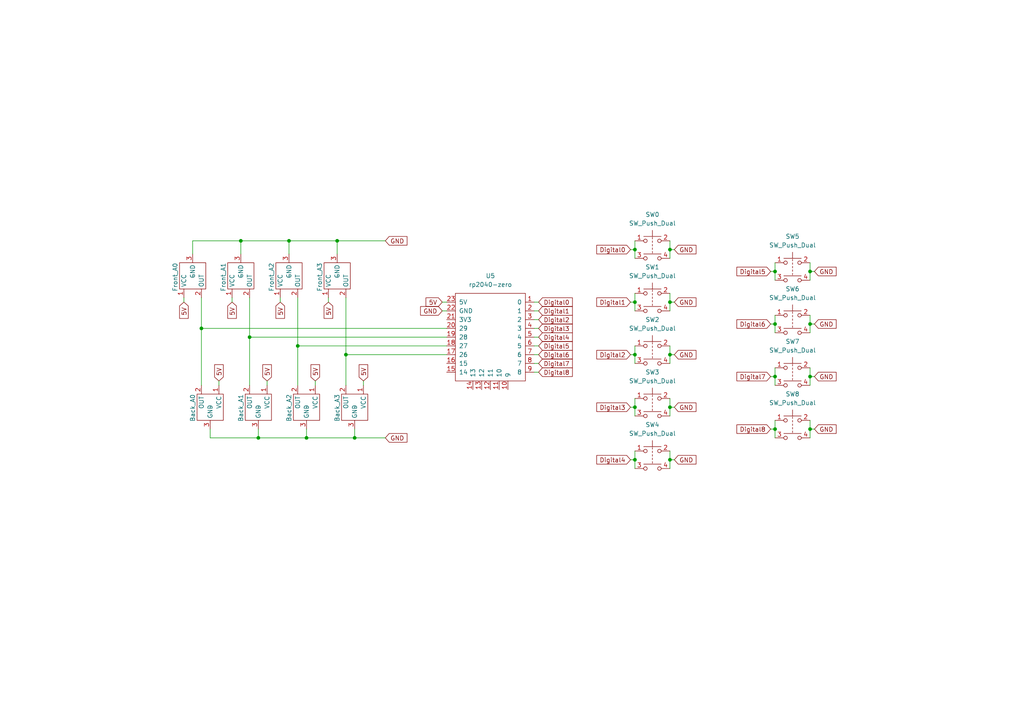
<source format=kicad_sch>
(kicad_sch (version 20230121) (generator eeschema)
  (paper "A4")
  (lib_symbols
    (symbol "49E_Hall_Effect_1"
      (property "Reference" "U9" (at 0 6.35 0))
      (property "Value" "~" (at 0 0 0))
      (symbol "49E_Hall_Effect_1_0_1"
        (rectangle (start -3.81 3.81) (end 3.81 -3.81))
      )
      (symbol "49E_Hall_Effect_1_1_1"
        (pin input line (at -6.35 2.54 0) (length 2.54) (name "VCC") (number "1"))
        (pin output line (at -6.35 -2.54 0) (length 2.54) (name "OUT") (number "2"))
        (pin input line (at 6.35 0 180) (length 2.54) (name "GND") (number "3"))
      )
    )
    (symbol "Switch:SW_Push_Dual" (pin_names (offset 1.016) hide)
      (property "Reference" "SW" (at 1.27 2.54 0))
      (property "Value" "SW_Push_Dual" (at 0 -6.858 0))
      (symbol "SW_Push_Dual_0_1"
        (circle (center -2.032 -5.08) (radius 0.508))
        (circle (center -2.032 0) (radius 0.508))
        (polyline (pts (xy 0 -3.048) (xy 0 -3.556)))
        (polyline (pts (xy 0 -2.032) (xy 0 -2.54)))
        (polyline (pts (xy 0 -1.524) (xy 0 -1.016)))
        (polyline (pts (xy 0 -0.508) (xy 0 0)))
        (polyline (pts (xy 0 0.508) (xy 0 1.016)))
        (polyline (pts (xy 0 1.27) (xy 0 3.048)))
        (polyline (pts (xy 2.54 -3.81) (xy -2.54 -3.81)))
        (polyline (pts (xy 2.54 1.27) (xy -2.54 1.27)))
        (circle (center 2.032 -5.08) (radius 0.508))
        (circle (center 2.032 0) (radius 0.508))
        (pin passive line (at -5.08 0 0) (length 2.54) (name "1") (number "1"))
        (pin passive line (at 5.08 0 180) (length 2.54) (name "2") (number "2"))
        (pin passive line (at -5.08 -5.08 0) (length 2.54) (name "3") (number "3"))
        (pin passive line (at 5.08 -5.08 180) (length 2.54) (name "4") (number "4"))
      )
    )
    (symbol "mcu:rp2040-zero" (pin_names (offset 1.016))
      (property "Reference" "U" (at 0 15.24 0))
      (property "Value" "rp2040-zero" (at 0 12.7 0))
      (symbol "rp2040-zero_0_1"
        (rectangle (start -10.16 11.43) (end 10.16 -13.97))
      )
      (symbol "rp2040-zero_1_1"
        (pin bidirectional line (at 12.7 8.89 180) (length 2.54) (name "0") (number "1"))
        (pin bidirectional line (at 5.08 -16.51 90) (length 2.54) (name "9") (number "10"))
        (pin bidirectional line (at 2.54 -16.51 90) (length 2.54) (name "10") (number "11"))
        (pin bidirectional line (at 0 -16.51 90) (length 2.54) (name "11") (number "12"))
        (pin bidirectional line (at -2.54 -16.51 90) (length 2.54) (name "12") (number "13"))
        (pin bidirectional line (at -5.08 -16.51 90) (length 2.54) (name "13") (number "14"))
        (pin bidirectional line (at -12.7 -11.43 0) (length 2.54) (name "14") (number "15"))
        (pin bidirectional line (at -12.7 -8.89 0) (length 2.54) (name "15") (number "16"))
        (pin bidirectional line (at -12.7 -6.35 0) (length 2.54) (name "26") (number "17"))
        (pin bidirectional line (at -12.7 -3.81 0) (length 2.54) (name "27") (number "18"))
        (pin bidirectional line (at -12.7 -1.27 0) (length 2.54) (name "28") (number "19"))
        (pin bidirectional line (at 12.7 6.35 180) (length 2.54) (name "1") (number "2"))
        (pin bidirectional line (at -12.7 1.27 0) (length 2.54) (name "29") (number "20"))
        (pin power_out line (at -12.7 3.81 0) (length 2.54) (name "3V3") (number "21"))
        (pin power_out line (at -12.7 6.35 0) (length 2.54) (name "GND") (number "22"))
        (pin power_out line (at -12.7 8.89 0) (length 2.54) (name "5V") (number "23"))
        (pin bidirectional line (at 12.7 3.81 180) (length 2.54) (name "2") (number "3"))
        (pin bidirectional line (at 12.7 1.27 180) (length 2.54) (name "3") (number "4"))
        (pin bidirectional line (at 12.7 -1.27 180) (length 2.54) (name "4") (number "5"))
        (pin bidirectional line (at 12.7 -3.81 180) (length 2.54) (name "5") (number "6"))
        (pin bidirectional line (at 12.7 -6.35 180) (length 2.54) (name "6") (number "7"))
        (pin bidirectional line (at 12.7 -8.89 180) (length 2.54) (name "7") (number "8"))
        (pin bidirectional line (at 12.7 -11.43 180) (length 2.54) (name "8") (number "9"))
      )
    )
    (symbol "symbols:49E_Hall_Effect"
      (property "Reference" "U" (at 0 0 0))
      (symbol "49E_Hall_Effect_0_1"
        (rectangle (start -3.81 3.81) (end 3.81 -3.81))
      )
      (symbol "49E_Hall_Effect_1_1"
        (pin input line (at -6.35 2.54 0) (length 2.54) (name "VCC") (number "1"))
        (pin output line (at -6.35 -2.54 0) (length 2.54) (name "OUT") (number "2"))
        (pin input line (at 6.35 0 180) (length 2.54) (name "GND") (number "3"))
      )
    )
  )
  (junction (at 234.95 78.74))
  (junction (at 184.15 102.87))
  (junction (at 234.95 109.22))
  (junction (at 86.36 100.33))
  (junction (at 224.79 93.98))
  (junction (at 69.85 69.85))
  (junction (at 194.31 102.87))
  (junction (at 58.42 95.25))
  (junction (at 194.31 133.35))
  (junction (at 224.79 109.22))
  (junction (at 224.79 124.46))
  (junction (at 83.82 69.85))
  (junction (at 72.39 97.79))
  (junction (at 88.9 127))
  (junction (at 184.15 118.11))
  (junction (at 224.79 78.74))
  (junction (at 184.15 72.39))
  (junction (at 74.93 127))
  (junction (at 102.87 127))
  (junction (at 234.95 93.98))
  (junction (at 194.31 87.63))
  (junction (at 184.15 87.63))
  (junction (at 194.31 118.11))
  (junction (at 97.79 69.85))
  (junction (at 184.15 133.35))
  (junction (at 234.95 124.46))
  (junction (at 194.31 72.39))
  (junction (at 100.33 102.87))
  (wire (pts (xy 156.21 90.17) (xy 154.94 90.17)))
  (wire (pts (xy 86.36 100.33) (xy 86.36 111.76)))
  (wire (pts (xy 223.52 109.22) (xy 224.79 109.22)))
  (wire (pts (xy 194.31 102.87) (xy 194.31 100.33)))
  (wire (pts (xy 195.58 87.63) (xy 194.31 87.63)))
  (wire (pts (xy 102.87 127) (xy 111.76 127)))
  (wire (pts (xy 184.15 72.39) (xy 184.15 69.85)))
  (wire (pts (xy 234.95 111.76) (xy 234.95 109.22)))
  (wire (pts (xy 74.93 127) (xy 88.9 127)))
  (wire (pts (xy 223.52 93.98) (xy 224.79 93.98)))
  (wire (pts (xy 194.31 85.09) (xy 194.31 87.63)))
  (wire (pts (xy 223.52 78.74) (xy 224.79 78.74)))
  (wire (pts (xy 83.82 69.85) (xy 97.79 69.85)))
  (wire (pts (xy 63.5 110.49) (xy 63.5 111.76)))
  (wire (pts (xy 184.15 133.35) (xy 184.15 130.81)))
  (wire (pts (xy 184.15 100.33) (xy 184.15 102.87)))
  (wire (pts (xy 156.21 95.25) (xy 154.94 95.25)))
  (wire (pts (xy 128.27 87.63) (xy 129.54 87.63)))
  (wire (pts (xy 194.31 105.41) (xy 194.31 102.87)))
  (wire (pts (xy 58.42 86.36) (xy 58.42 95.25)))
  (wire (pts (xy 234.95 124.46) (xy 234.95 121.92)))
  (wire (pts (xy 105.41 110.49) (xy 105.41 111.76)))
  (wire (pts (xy 234.95 76.2) (xy 234.95 78.74)))
  (wire (pts (xy 156.21 100.33) (xy 154.94 100.33)))
  (wire (pts (xy 58.42 95.25) (xy 58.42 111.76)))
  (wire (pts (xy 234.95 109.22) (xy 234.95 106.68)))
  (wire (pts (xy 184.15 87.63) (xy 184.15 90.17)))
  (wire (pts (xy 129.54 90.17) (xy 128.27 90.17)))
  (wire (pts (xy 236.22 124.46) (xy 234.95 124.46)))
  (wire (pts (xy 69.85 69.85) (xy 83.82 69.85)))
  (wire (pts (xy 184.15 120.65) (xy 184.15 118.11)))
  (wire (pts (xy 224.79 81.28) (xy 224.79 78.74)))
  (wire (pts (xy 156.21 92.71) (xy 154.94 92.71)))
  (wire (pts (xy 184.15 102.87) (xy 184.15 105.41)))
  (wire (pts (xy 156.21 105.41) (xy 154.94 105.41)))
  (wire (pts (xy 184.15 74.93) (xy 184.15 72.39)))
  (wire (pts (xy 60.96 127) (xy 74.93 127)))
  (wire (pts (xy 236.22 109.22) (xy 234.95 109.22)))
  (wire (pts (xy 224.79 96.52) (xy 224.79 93.98)))
  (wire (pts (xy 224.79 121.92) (xy 224.79 124.46)))
  (wire (pts (xy 55.88 69.85) (xy 69.85 69.85)))
  (wire (pts (xy 58.42 95.25) (xy 129.54 95.25)))
  (wire (pts (xy 184.15 85.09) (xy 184.15 87.63)))
  (wire (pts (xy 69.85 69.85) (xy 69.85 73.66)))
  (wire (pts (xy 224.79 93.98) (xy 224.79 91.44)))
  (wire (pts (xy 224.79 124.46) (xy 224.79 127)))
  (wire (pts (xy 74.93 124.46) (xy 74.93 127)))
  (wire (pts (xy 156.21 97.79) (xy 154.94 97.79)))
  (wire (pts (xy 236.22 78.74) (xy 234.95 78.74)))
  (wire (pts (xy 97.79 69.85) (xy 111.76 69.85)))
  (wire (pts (xy 234.95 127) (xy 234.95 124.46)))
  (wire (pts (xy 223.52 124.46) (xy 224.79 124.46)))
  (wire (pts (xy 72.39 86.36) (xy 72.39 97.79)))
  (wire (pts (xy 81.28 86.36) (xy 81.28 87.63)))
  (wire (pts (xy 224.79 111.76) (xy 224.79 109.22)))
  (wire (pts (xy 156.21 102.87) (xy 154.94 102.87)))
  (wire (pts (xy 195.58 133.35) (xy 194.31 133.35)))
  (wire (pts (xy 182.88 118.11) (xy 184.15 118.11)))
  (wire (pts (xy 100.33 102.87) (xy 100.33 111.76)))
  (wire (pts (xy 184.15 118.11) (xy 184.15 115.57)))
  (wire (pts (xy 236.22 93.98) (xy 234.95 93.98)))
  (wire (pts (xy 86.36 100.33) (xy 129.54 100.33)))
  (wire (pts (xy 195.58 72.39) (xy 194.31 72.39)))
  (wire (pts (xy 182.88 133.35) (xy 184.15 133.35)))
  (wire (pts (xy 60.96 124.46) (xy 60.96 127)))
  (wire (pts (xy 182.88 72.39) (xy 184.15 72.39)))
  (wire (pts (xy 194.31 72.39) (xy 194.31 69.85)))
  (wire (pts (xy 55.88 73.66) (xy 55.88 69.85)))
  (wire (pts (xy 194.31 133.35) (xy 194.31 130.81)))
  (wire (pts (xy 194.31 87.63) (xy 194.31 90.17)))
  (wire (pts (xy 77.47 110.49) (xy 77.47 111.76)))
  (wire (pts (xy 156.21 107.95) (xy 154.94 107.95)))
  (wire (pts (xy 67.31 86.36) (xy 67.31 87.63)))
  (wire (pts (xy 100.33 86.36) (xy 100.33 102.87)))
  (wire (pts (xy 88.9 124.46) (xy 88.9 127)))
  (wire (pts (xy 234.95 96.52) (xy 234.95 93.98)))
  (wire (pts (xy 224.79 109.22) (xy 224.79 106.68)))
  (wire (pts (xy 83.82 69.85) (xy 83.82 73.66)))
  (wire (pts (xy 194.31 74.93) (xy 194.31 72.39)))
  (wire (pts (xy 72.39 97.79) (xy 72.39 111.76)))
  (wire (pts (xy 234.95 78.74) (xy 234.95 81.28)))
  (wire (pts (xy 195.58 118.11) (xy 194.31 118.11)))
  (wire (pts (xy 156.21 87.63) (xy 154.94 87.63)))
  (wire (pts (xy 100.33 102.87) (xy 129.54 102.87)))
  (wire (pts (xy 88.9 127) (xy 102.87 127)))
  (wire (pts (xy 182.88 87.63) (xy 184.15 87.63)))
  (wire (pts (xy 97.79 69.85) (xy 97.79 73.66)))
  (wire (pts (xy 53.34 86.36) (xy 53.34 87.63)))
  (wire (pts (xy 194.31 118.11) (xy 194.31 120.65)))
  (wire (pts (xy 102.87 124.46) (xy 102.87 127)))
  (wire (pts (xy 224.79 78.74) (xy 224.79 76.2)))
  (wire (pts (xy 194.31 135.89) (xy 194.31 133.35)))
  (wire (pts (xy 72.39 97.79) (xy 129.54 97.79)))
  (wire (pts (xy 194.31 115.57) (xy 194.31 118.11)))
  (wire (pts (xy 195.58 102.87) (xy 194.31 102.87)))
  (wire (pts (xy 182.88 102.87) (xy 184.15 102.87)))
  (wire (pts (xy 86.36 86.36) (xy 86.36 100.33)))
  (wire (pts (xy 95.25 86.36) (xy 95.25 87.63)))
  (wire (pts (xy 234.95 93.98) (xy 234.95 91.44)))
  (wire (pts (xy 91.44 110.49) (xy 91.44 111.76)))
  (wire (pts (xy 184.15 135.89) (xy 184.15 133.35)))
  (global_label "GND" (shape input) (at 111.76 69.85 0) (property "Intersheetrefs" "${INTERSHEET_REFS}" (effects hide)))
  (global_label "Digital5" (shape input) (at 156.21 100.33 0) (property "Intersheetrefs" "${INTERSHEET_REFS}" (effects hide)))
  (global_label "GND" (shape input) (at 195.58 133.35 0) (property "Intersheetrefs" "${INTERSHEET_REFS}" (effects hide)))
  (global_label "Digital8" (shape input) (at 156.21 107.95 0) (property "Intersheetrefs" "${INTERSHEET_REFS}" (effects hide)))
  (global_label "Digital3" (shape input) (at 182.88 118.11 180) (property "Intersheetrefs" "${INTERSHEET_REFS}" (effects hide)))
  (global_label "5V" (shape input) (at 77.47 110.49 90) (property "Intersheetrefs" "${INTERSHEET_REFS}" (effects hide)))
  (global_label "Digital7" (shape input) (at 156.21 105.41 0) (property "Intersheetrefs" "${INTERSHEET_REFS}" (effects hide)))
  (global_label "GND" (shape input) (at 195.58 72.39 0) (property "Intersheetrefs" "${INTERSHEET_REFS}" (effects hide)))
  (global_label "Digital3" (shape input) (at 156.21 95.25 0) (property "Intersheetrefs" "${INTERSHEET_REFS}" (effects hide)))
  (global_label "Digital2" (shape input) (at 156.21 92.71 0) (property "Intersheetrefs" "${INTERSHEET_REFS}" (effects hide)))
  (global_label "5V" (shape input) (at 63.5 110.49 90) (property "Intersheetrefs" "${INTERSHEET_REFS}" (effects hide)))
  (global_label "GND" (shape input) (at 236.22 93.98 0) (property "Intersheetrefs" "${INTERSHEET_REFS}" (effects hide)))
  (global_label "GND" (shape input) (at 236.22 109.22 0) (property "Intersheetrefs" "${INTERSHEET_REFS}" (effects hide)))
  (global_label "Digital0" (shape input) (at 182.88 72.39 180) (property "Intersheetrefs" "${INTERSHEET_REFS}" (effects hide)))
  (global_label "Digital6" (shape input) (at 223.52 93.98 180) (property "Intersheetrefs" "${INTERSHEET_REFS}" (effects hide)))
  (global_label "GND" (shape input) (at 195.58 102.87 0) (property "Intersheetrefs" "${INTERSHEET_REFS}" (effects hide)))
  (global_label "GND" (shape input) (at 128.27 90.17 180) (property "Intersheetrefs" "${INTERSHEET_REFS}" (effects hide)))
  (global_label "5V" (shape input) (at 95.25 87.63 270) (property "Intersheetrefs" "${INTERSHEET_REFS}" (effects hide)))
  (global_label "Digital8" (shape input) (at 223.52 124.46 180) (property "Intersheetrefs" "${INTERSHEET_REFS}" (effects hide)))
  (global_label "Digital6" (shape input) (at 156.21 102.87 0) (property "Intersheetrefs" "${INTERSHEET_REFS}" (effects hide)))
  (global_label "GND" (shape input) (at 195.58 87.63 0) (property "Intersheetrefs" "${INTERSHEET_REFS}" (effects hide)))
  (global_label "5V" (shape input) (at 91.44 110.49 90) (property "Intersheetrefs" "${INTERSHEET_REFS}" (effects hide)))
  (global_label "Digital1" (shape input) (at 156.21 90.17 0) (property "Intersheetrefs" "${INTERSHEET_REFS}" (effects hide)))
  (global_label "5V" (shape input) (at 105.41 110.49 90) (property "Intersheetrefs" "${INTERSHEET_REFS}" (effects hide)))
  (global_label "Digital2" (shape input) (at 182.88 102.87 180) (property "Intersheetrefs" "${INTERSHEET_REFS}" (effects hide)))
  (global_label "GND" (shape input) (at 111.76 127 0) (property "Intersheetrefs" "${INTERSHEET_REFS}" (effects hide)))
  (global_label "Digital4" (shape input) (at 156.21 97.79 0) (property "Intersheetrefs" "${INTERSHEET_REFS}" (effects hide)))
  (global_label "5V" (shape input) (at 128.27 87.63 180) (property "Intersheetrefs" "${INTERSHEET_REFS}" (effects hide)))
  (global_label "5V" (shape input) (at 81.28 87.63 270) (property "Intersheetrefs" "${INTERSHEET_REFS}" (effects hide)))
  (global_label "GND" (shape input) (at 195.58 118.11 0) (property "Intersheetrefs" "${INTERSHEET_REFS}" (effects hide)))
  (global_label "GND" (shape input) (at 236.22 78.74 0) (property "Intersheetrefs" "${INTERSHEET_REFS}" (effects hide)))
  (global_label "5V" (shape input) (at 67.31 87.63 270) (property "Intersheetrefs" "${INTERSHEET_REFS}" (effects hide)))
  (global_label "Digital0" (shape input) (at 156.21 87.63 0) (property "Intersheetrefs" "${INTERSHEET_REFS}" (effects hide)))
  (global_label "Digital1" (shape input) (at 182.88 87.63 180) (property "Intersheetrefs" "${INTERSHEET_REFS}" (effects hide)))
  (global_label "Digital5" (shape input) (at 223.52 78.74 180) (property "Intersheetrefs" "${INTERSHEET_REFS}" (effects hide)))
  (global_label "Digital4" (shape input) (at 182.88 133.35 180) (property "Intersheetrefs" "${INTERSHEET_REFS}" (effects hide)))
  (global_label "Digital7" (shape input) (at 223.52 109.22 180) (property "Intersheetrefs" "${INTERSHEET_REFS}" (effects hide)))
  (global_label "5V" (shape input) (at 53.34 87.63 270) (property "Intersheetrefs" "${INTERSHEET_REFS}" (effects hide)))
  (global_label "GND" (shape input) (at 236.22 124.46 0) (property "Intersheetrefs" "${INTERSHEET_REFS}" (effects hide)))
  (symbol (lib_id "mcu:rp2040-zero") (at 142.24 96.52 0) (unit 1)
    (property "Reference" "U5" (at 142.24 80.01 0))
    (property "Value" "rp2040-zero" (at 142.24 82.55 0))
    (property "Footprint" "mcu:rp2040-zero-tht" (effects hide))
  )
  (symbol (lib_id "Switch:SW_Push_Dual") (at 189.23 69.85 0) (unit 1)
    (property "Reference" "SW0" (at 189.23 62.23 0))
    (property "Value" "SW_Push_Dual" (at 189.23 64.77 0))
    (property "Footprint" "keyswitches:SW_MX_reversible" (effects hide))
  )
  (symbol (lib_id "symbols:49E_Hall_Effect") (at 102.87 118.11 270) (unit 1)
    (property "Reference" "Back_A3" (at 97.79 114.3 0) (effects (justify left)))
    (property "Value" "~" (at 102.87 118.11 0))
    (property "Footprint" "Library:SOT-23_Cherry_MX2u" (effects hide))
  )
  (symbol (lib_id "Switch:SW_Push_Dual") (at 229.87 91.44 0) (unit 1)
    (property "Reference" "SW6" (at 229.87 83.82 0))
    (property "Value" "SW_Push_Dual" (at 229.87 86.36 0))
    (property "Footprint" "keyswitches:SW_MX_reversible" (effects hide))
  )
  (symbol (lib_id "Switch:SW_Push_Dual") (at 189.23 115.57 0) (unit 1)
    (property "Reference" "SW3" (at 189.23 107.95 0))
    (property "Value" "SW_Push_Dual" (at 189.23 110.49 0))
    (property "Footprint" "keyswitches:SW_MX_reversible" (effects hide))
  )
  (symbol (lib_id "symbols:49E_Hall_Effect") (at 83.82 80.01 90) (unit 1)
    (property "Reference" "Front_A2" (at 78.74 76.2 0) (effects (justify right)))
    (property "Value" "~" (at 83.82 80.01 0))
    (property "Footprint" "Library:SOT-23_Cherry_MX1u" (effects hide))
  )
  (symbol (lib_id "symbols:49E_Hall_Effect") (at 74.93 118.11 270) (unit 1)
    (property "Reference" "Back_A1" (at 69.85 114.3 0) (effects (justify left)))
    (property "Value" "~" (at 74.93 118.11 0))
    (property "Footprint" "Library:SOT-23_Cherry_MX1u" (effects hide))
  )
  (symbol (lib_id "Switch:SW_Push_Dual") (at 229.87 121.92 0) (unit 1)
    (property "Reference" "SW8" (at 229.87 114.3 0))
    (property "Value" "SW_Push_Dual" (at 229.87 116.84 0))
    (property "Footprint" "keyswitches:SW_MX_reversible" (effects hide))
  )
  (symbol (lib_id "Switch:SW_Push_Dual") (at 189.23 130.81 0) (unit 1)
    (property "Reference" "SW4" (at 189.23 123.19 0))
    (property "Value" "SW_Push_Dual" (at 189.23 125.73 0))
    (property "Footprint" "keyswitches:SW_MX_reversible" (effects hide))
  )
  (symbol (lib_id "Switch:SW_Push_Dual") (at 189.23 85.09 0) (unit 1)
    (property "Reference" "SW1" (at 189.23 77.47 0))
    (property "Value" "SW_Push_Dual" (at 189.23 80.01 0))
    (property "Footprint" "keyswitches:SW_MX_reversible" (effects hide))
  )
  (symbol (lib_id "symbols:49E_Hall_Effect") (at 69.85 80.01 90) (unit 1)
    (property "Reference" "Front_A1" (at 64.77 76.2 0) (effects (justify right)))
    (property "Value" "~" (at 69.85 80.01 0))
    (property "Footprint" "Library:SOT-23_Cherry_MX1u" (effects hide))
  )
  (symbol (lib_name "49E_Hall_Effect_1") (lib_id "symbols:49E_Hall_Effect") (at 60.96 118.11 270) (unit 1)
    (property "Reference" "Back_A0" (at 55.88 114.3 0) (effects (justify left)))
    (property "Value" "~" (at 60.96 118.11 0))
    (property "Footprint" "Library:SOT-23_Cherry_MX1u" (effects hide))
  )
  (symbol (lib_id "symbols:49E_Hall_Effect") (at 55.88 80.01 90) (unit 1)
    (property "Reference" "Front_A0" (at 50.8 76.2 0) (effects (justify right)))
    (property "Value" "~" (at 55.88 80.01 0))
    (property "Footprint" "Library:SOT-23_Cherry_MX1u" (effects hide))
  )
  (symbol (lib_name "49E_Hall_Effect_1") (lib_id "symbols:49E_Hall_Effect") (at 97.79 80.01 90) (unit 1)
    (property "Reference" "Front_A3" (at 92.71 76.2 0) (effects (justify right)))
    (property "Value" "~" (at 97.79 80.01 0))
    (property "Footprint" "Library:SOT-23_Cherry_MX2u" (effects hide))
  )
  (symbol (lib_id "Switch:SW_Push_Dual") (at 229.87 106.68 0) (unit 1)
    (property "Reference" "SW7" (at 229.87 99.06 0))
    (property "Value" "SW_Push_Dual" (at 229.87 101.6 0))
    (property "Footprint" "keyswitches:SW_MX_reversible" (effects hide))
  )
  (symbol (lib_id "symbols:49E_Hall_Effect") (at 88.9 118.11 270) (unit 1)
    (property "Reference" "Back_A2" (at 83.82 114.3 0) (effects (justify left)))
    (property "Value" "~" (at 88.9 118.11 0))
    (property "Footprint" "Library:SOT-23_Cherry_MX1u" (effects hide))
  )
  (symbol (lib_id "Switch:SW_Push_Dual") (at 189.23 100.33 0) (unit 1)
    (property "Reference" "SW2" (at 189.23 92.71 0))
    (property "Value" "SW_Push_Dual" (at 189.23 95.25 0))
    (property "Footprint" "keyswitches:SW_MX_reversible" (effects hide))
  )
  (symbol (lib_id "Switch:SW_Push_Dual") (at 229.87 76.2 0) (unit 1)
    (property "Reference" "SW5" (at 229.87 68.58 0))
    (property "Value" "SW_Push_Dual" (at 229.87 71.12 0))
    (property "Footprint" "keyswitches:SW_MX_reversible" (effects hide))
  )
)
</source>
